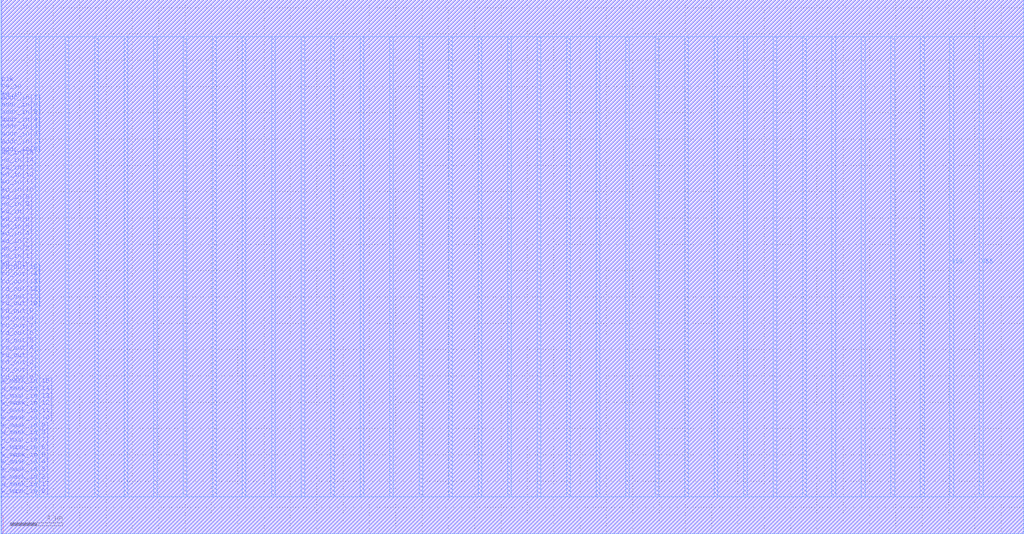
<source format=lef>
VERSION 5.7 ;
BUSBITCHARS "[]" ;
MACRO fakeram45_256x16
  FOREIGN fakeram45_256x16 0 0 ;
  SYMMETRY X Y R90 ;
  SIZE 0.19 BY 1.4 ;
  CLASS BLOCK ;
  PIN w_mask_in[0]
    DIRECTION INPUT ;
    USE SIGNAL ;
    SHAPE ABUTMENT ;
    PORT
      LAYER metal3 ;
      RECT 0.000 2.800 0.070 2.870 ;
    END
  END w_mask_in[0]
  PIN w_mask_in[1]
    DIRECTION INPUT ;
    USE SIGNAL ;
    SHAPE ABUTMENT ;
    PORT
      LAYER metal3 ;
      RECT 0.000 3.360 0.070 3.430 ;
    END
  END w_mask_in[1]
  PIN w_mask_in[2]
    DIRECTION INPUT ;
    USE SIGNAL ;
    SHAPE ABUTMENT ;
    PORT
      LAYER metal3 ;
      RECT 0.000 3.920 0.070 3.990 ;
    END
  END w_mask_in[2]
  PIN w_mask_in[3]
    DIRECTION INPUT ;
    USE SIGNAL ;
    SHAPE ABUTMENT ;
    PORT
      LAYER metal3 ;
      RECT 0.000 4.480 0.070 4.550 ;
    END
  END w_mask_in[3]
  PIN w_mask_in[4]
    DIRECTION INPUT ;
    USE SIGNAL ;
    SHAPE ABUTMENT ;
    PORT
      LAYER metal3 ;
      RECT 0.000 5.040 0.070 5.110 ;
    END
  END w_mask_in[4]
  PIN w_mask_in[5]
    DIRECTION INPUT ;
    USE SIGNAL ;
    SHAPE ABUTMENT ;
    PORT
      LAYER metal3 ;
      RECT 0.000 5.600 0.070 5.670 ;
    END
  END w_mask_in[5]
  PIN w_mask_in[6]
    DIRECTION INPUT ;
    USE SIGNAL ;
    SHAPE ABUTMENT ;
    PORT
      LAYER metal3 ;
      RECT 0.000 6.160 0.070 6.230 ;
    END
  END w_mask_in[6]
  PIN w_mask_in[7]
    DIRECTION INPUT ;
    USE SIGNAL ;
    SHAPE ABUTMENT ;
    PORT
      LAYER metal3 ;
      RECT 0.000 6.720 0.070 6.790 ;
    END
  END w_mask_in[7]
  PIN w_mask_in[8]
    DIRECTION INPUT ;
    USE SIGNAL ;
    SHAPE ABUTMENT ;
    PORT
      LAYER metal3 ;
      RECT 0.000 7.280 0.070 7.350 ;
    END
  END w_mask_in[8]
  PIN w_mask_in[9]
    DIRECTION INPUT ;
    USE SIGNAL ;
    SHAPE ABUTMENT ;
    PORT
      LAYER metal3 ;
      RECT 0.000 7.840 0.070 7.910 ;
    END
  END w_mask_in[9]
  PIN w_mask_in[10]
    DIRECTION INPUT ;
    USE SIGNAL ;
    SHAPE ABUTMENT ;
    PORT
      LAYER metal3 ;
      RECT 0.000 8.400 0.070 8.470 ;
    END
  END w_mask_in[10]
  PIN w_mask_in[11]
    DIRECTION INPUT ;
    USE SIGNAL ;
    SHAPE ABUTMENT ;
    PORT
      LAYER metal3 ;
      RECT 0.000 8.960 0.070 9.030 ;
    END
  END w_mask_in[11]
  PIN w_mask_in[12]
    DIRECTION INPUT ;
    USE SIGNAL ;
    SHAPE ABUTMENT ;
    PORT
      LAYER metal3 ;
      RECT 0.000 9.520 0.070 9.590 ;
    END
  END w_mask_in[12]
  PIN w_mask_in[13]
    DIRECTION INPUT ;
    USE SIGNAL ;
    SHAPE ABUTMENT ;
    PORT
      LAYER metal3 ;
      RECT 0.000 10.080 0.070 10.150 ;
    END
  END w_mask_in[13]
  PIN w_mask_in[14]
    DIRECTION INPUT ;
    USE SIGNAL ;
    SHAPE ABUTMENT ;
    PORT
      LAYER metal3 ;
      RECT 0.000 10.640 0.070 10.710 ;
    END
  END w_mask_in[14]
  PIN w_mask_in[15]
    DIRECTION INPUT ;
    USE SIGNAL ;
    SHAPE ABUTMENT ;
    PORT
      LAYER metal3 ;
      RECT 0.000 11.200 0.070 11.270 ;
    END
  END w_mask_in[15]
  PIN rd_out[0]
    DIRECTION OUTPUT ;
    USE SIGNAL ;
    SHAPE ABUTMENT ;
    PORT
      LAYER metal3 ;
      RECT 0.000 11.480 0.070 11.550 ;
    END
  END rd_out[0]
  PIN rd_out[1]
    DIRECTION OUTPUT ;
    USE SIGNAL ;
    SHAPE ABUTMENT ;
    PORT
      LAYER metal3 ;
      RECT 0.000 12.040 0.070 12.110 ;
    END
  END rd_out[1]
  PIN rd_out[2]
    DIRECTION OUTPUT ;
    USE SIGNAL ;
    SHAPE ABUTMENT ;
    PORT
      LAYER metal3 ;
      RECT 0.000 12.600 0.070 12.670 ;
    END
  END rd_out[2]
  PIN rd_out[3]
    DIRECTION OUTPUT ;
    USE SIGNAL ;
    SHAPE ABUTMENT ;
    PORT
      LAYER metal3 ;
      RECT 0.000 13.160 0.070 13.230 ;
    END
  END rd_out[3]
  PIN rd_out[4]
    DIRECTION OUTPUT ;
    USE SIGNAL ;
    SHAPE ABUTMENT ;
    PORT
      LAYER metal3 ;
      RECT 0.000 13.720 0.070 13.790 ;
    END
  END rd_out[4]
  PIN rd_out[5]
    DIRECTION OUTPUT ;
    USE SIGNAL ;
    SHAPE ABUTMENT ;
    PORT
      LAYER metal3 ;
      RECT 0.000 14.280 0.070 14.350 ;
    END
  END rd_out[5]
  PIN rd_out[6]
    DIRECTION OUTPUT ;
    USE SIGNAL ;
    SHAPE ABUTMENT ;
    PORT
      LAYER metal3 ;
      RECT 0.000 14.840 0.070 14.910 ;
    END
  END rd_out[6]
  PIN rd_out[7]
    DIRECTION OUTPUT ;
    USE SIGNAL ;
    SHAPE ABUTMENT ;
    PORT
      LAYER metal3 ;
      RECT 0.000 15.400 0.070 15.470 ;
    END
  END rd_out[7]
  PIN rd_out[8]
    DIRECTION OUTPUT ;
    USE SIGNAL ;
    SHAPE ABUTMENT ;
    PORT
      LAYER metal3 ;
      RECT 0.000 15.960 0.070 16.030 ;
    END
  END rd_out[8]
  PIN rd_out[9]
    DIRECTION OUTPUT ;
    USE SIGNAL ;
    SHAPE ABUTMENT ;
    PORT
      LAYER metal3 ;
      RECT 0.000 16.520 0.070 16.590 ;
    END
  END rd_out[9]
  PIN rd_out[10]
    DIRECTION OUTPUT ;
    USE SIGNAL ;
    SHAPE ABUTMENT ;
    PORT
      LAYER metal3 ;
      RECT 0.000 17.080 0.070 17.150 ;
    END
  END rd_out[10]
  PIN rd_out[11]
    DIRECTION OUTPUT ;
    USE SIGNAL ;
    SHAPE ABUTMENT ;
    PORT
      LAYER metal3 ;
      RECT 0.000 17.640 0.070 17.710 ;
    END
  END rd_out[11]
  PIN rd_out[12]
    DIRECTION OUTPUT ;
    USE SIGNAL ;
    SHAPE ABUTMENT ;
    PORT
      LAYER metal3 ;
      RECT 0.000 18.200 0.070 18.270 ;
    END
  END rd_out[12]
  PIN rd_out[13]
    DIRECTION OUTPUT ;
    USE SIGNAL ;
    SHAPE ABUTMENT ;
    PORT
      LAYER metal3 ;
      RECT 0.000 18.760 0.070 18.830 ;
    END
  END rd_out[13]
  PIN rd_out[14]
    DIRECTION OUTPUT ;
    USE SIGNAL ;
    SHAPE ABUTMENT ;
    PORT
      LAYER metal3 ;
      RECT 0.000 19.320 0.070 19.390 ;
    END
  END rd_out[14]
  PIN rd_out[15]
    DIRECTION OUTPUT ;
    USE SIGNAL ;
    SHAPE ABUTMENT ;
    PORT
      LAYER metal3 ;
      RECT 0.000 19.880 0.070 19.950 ;
    END
  END rd_out[15]
  PIN wd_in[0]
    DIRECTION INPUT ;
    USE SIGNAL ;
    SHAPE ABUTMENT ;
    PORT
      LAYER metal3 ;
      RECT 0.000 20.160 0.070 20.230 ;
    END
  END wd_in[0]
  PIN wd_in[1]
    DIRECTION INPUT ;
    USE SIGNAL ;
    SHAPE ABUTMENT ;
    PORT
      LAYER metal3 ;
      RECT 0.000 20.720 0.070 20.790 ;
    END
  END wd_in[1]
  PIN wd_in[2]
    DIRECTION INPUT ;
    USE SIGNAL ;
    SHAPE ABUTMENT ;
    PORT
      LAYER metal3 ;
      RECT 0.000 21.280 0.070 21.350 ;
    END
  END wd_in[2]
  PIN wd_in[3]
    DIRECTION INPUT ;
    USE SIGNAL ;
    SHAPE ABUTMENT ;
    PORT
      LAYER metal3 ;
      RECT 0.000 21.840 0.070 21.910 ;
    END
  END wd_in[3]
  PIN wd_in[4]
    DIRECTION INPUT ;
    USE SIGNAL ;
    SHAPE ABUTMENT ;
    PORT
      LAYER metal3 ;
      RECT 0.000 22.400 0.070 22.470 ;
    END
  END wd_in[4]
  PIN wd_in[5]
    DIRECTION INPUT ;
    USE SIGNAL ;
    SHAPE ABUTMENT ;
    PORT
      LAYER metal3 ;
      RECT 0.000 22.960 0.070 23.030 ;
    END
  END wd_in[5]
  PIN wd_in[6]
    DIRECTION INPUT ;
    USE SIGNAL ;
    SHAPE ABUTMENT ;
    PORT
      LAYER metal3 ;
      RECT 0.000 23.520 0.070 23.590 ;
    END
  END wd_in[6]
  PIN wd_in[7]
    DIRECTION INPUT ;
    USE SIGNAL ;
    SHAPE ABUTMENT ;
    PORT
      LAYER metal3 ;
      RECT 0.000 24.080 0.070 24.150 ;
    END
  END wd_in[7]
  PIN wd_in[8]
    DIRECTION INPUT ;
    USE SIGNAL ;
    SHAPE ABUTMENT ;
    PORT
      LAYER metal3 ;
      RECT 0.000 24.640 0.070 24.710 ;
    END
  END wd_in[8]
  PIN wd_in[9]
    DIRECTION INPUT ;
    USE SIGNAL ;
    SHAPE ABUTMENT ;
    PORT
      LAYER metal3 ;
      RECT 0.000 25.200 0.070 25.270 ;
    END
  END wd_in[9]
  PIN wd_in[10]
    DIRECTION INPUT ;
    USE SIGNAL ;
    SHAPE ABUTMENT ;
    PORT
      LAYER metal3 ;
      RECT 0.000 25.760 0.070 25.830 ;
    END
  END wd_in[10]
  PIN wd_in[11]
    DIRECTION INPUT ;
    USE SIGNAL ;
    SHAPE ABUTMENT ;
    PORT
      LAYER metal3 ;
      RECT 0.000 26.320 0.070 26.390 ;
    END
  END wd_in[11]
  PIN wd_in[12]
    DIRECTION INPUT ;
    USE SIGNAL ;
    SHAPE ABUTMENT ;
    PORT
      LAYER metal3 ;
      RECT 0.000 26.880 0.070 26.950 ;
    END
  END wd_in[12]
  PIN wd_in[13]
    DIRECTION INPUT ;
    USE SIGNAL ;
    SHAPE ABUTMENT ;
    PORT
      LAYER metal3 ;
      RECT 0.000 27.440 0.070 27.510 ;
    END
  END wd_in[13]
  PIN wd_in[14]
    DIRECTION INPUT ;
    USE SIGNAL ;
    SHAPE ABUTMENT ;
    PORT
      LAYER metal3 ;
      RECT 0.000 28.000 0.070 28.070 ;
    END
  END wd_in[14]
  PIN wd_in[15]
    DIRECTION INPUT ;
    USE SIGNAL ;
    SHAPE ABUTMENT ;
    PORT
      LAYER metal3 ;
      RECT 0.000 28.560 0.070 28.630 ;
    END
  END wd_in[15]
  PIN addr_in[0]
    DIRECTION INPUT ;
    USE SIGNAL ;
    SHAPE ABUTMENT ;
    PORT
      LAYER metal3 ;
      RECT 0.000 28.840 0.070 28.910 ;
    END
  END addr_in[0]
  PIN addr_in[1]
    DIRECTION INPUT ;
    USE SIGNAL ;
    SHAPE ABUTMENT ;
    PORT
      LAYER metal3 ;
      RECT 0.000 29.400 0.070 29.470 ;
    END
  END addr_in[1]
  PIN addr_in[2]
    DIRECTION INPUT ;
    USE SIGNAL ;
    SHAPE ABUTMENT ;
    PORT
      LAYER metal3 ;
      RECT 0.000 29.960 0.070 30.030 ;
    END
  END addr_in[2]
  PIN addr_in[3]
    DIRECTION INPUT ;
    USE SIGNAL ;
    SHAPE ABUTMENT ;
    PORT
      LAYER metal3 ;
      RECT 0.000 30.520 0.070 30.590 ;
    END
  END addr_in[3]
  PIN addr_in[4]
    DIRECTION INPUT ;
    USE SIGNAL ;
    SHAPE ABUTMENT ;
    PORT
      LAYER metal3 ;
      RECT 0.000 31.080 0.070 31.150 ;
    END
  END addr_in[4]
  PIN addr_in[5]
    DIRECTION INPUT ;
    USE SIGNAL ;
    SHAPE ABUTMENT ;
    PORT
      LAYER metal3 ;
      RECT 0.000 31.640 0.070 31.710 ;
    END
  END addr_in[5]
  PIN addr_in[6]
    DIRECTION INPUT ;
    USE SIGNAL ;
    SHAPE ABUTMENT ;
    PORT
      LAYER metal3 ;
      RECT 0.000 32.200 0.070 32.270 ;
    END
  END addr_in[6]
  PIN addr_in[7]
    DIRECTION INPUT ;
    USE SIGNAL ;
    SHAPE ABUTMENT ;
    PORT
      LAYER metal3 ;
      RECT 0.000 32.760 0.070 32.830 ;
    END
  END addr_in[7]
  PIN we_in
    DIRECTION INPUT ;
    USE SIGNAL ;
    SHAPE ABUTMENT ;
    PORT
      LAYER metal3 ;
      RECT 0.000 33.040 0.070 33.110 ;
    END
  END we_in
  PIN ce_in
    DIRECTION INPUT ;
    USE SIGNAL ;
    SHAPE ABUTMENT ;
    PORT
      LAYER metal3 ;
      RECT 0.000 33.600 0.070 33.670 ;
    END
  END ce_in
  PIN clk
    DIRECTION INPUT ;
    USE SIGNAL ;
    SHAPE ABUTMENT ;
    PORT
      LAYER metal3 ;
      RECT 0.000 34.160 0.070 34.230 ;
    END
  END clk
  PIN VSS
    DIRECTION INOUT ;
    USE GROUND ;
    PORT
      LAYER metal4 ;
      RECT 2.660 2.800 2.940 37.800 ;
      RECT 7.140 2.800 7.420 37.800 ;
      RECT 11.620 2.800 11.900 37.800 ;
      RECT 16.100 2.800 16.380 37.800 ;
      RECT 20.580 2.800 20.860 37.800 ;
      RECT 25.060 2.800 25.340 37.800 ;
      RECT 29.540 2.800 29.820 37.800 ;
      RECT 34.020 2.800 34.300 37.800 ;
      RECT 38.500 2.800 38.780 37.800 ;
      RECT 42.980 2.800 43.260 37.800 ;
      RECT 47.460 2.800 47.740 37.800 ;
      RECT 51.940 2.800 52.220 37.800 ;
      RECT 56.420 2.800 56.700 37.800 ;
      RECT 60.900 2.800 61.180 37.800 ;
      RECT 65.380 2.800 65.660 37.800 ;
      RECT 69.860 2.800 70.140 37.800 ;
      RECT 74.340 2.800 74.620 37.800 ;
    END
  END VSS
  PIN VDD
    DIRECTION INOUT ;
    USE POWER ;
    PORT
      LAYER metal4 ;
      RECT 4.900 2.800 5.180 37.800 ;
      RECT 9.380 2.800 9.660 37.800 ;
      RECT 13.860 2.800 14.140 37.800 ;
      RECT 18.340 2.800 18.620 37.800 ;
      RECT 22.820 2.800 23.100 37.800 ;
      RECT 27.300 2.800 27.580 37.800 ;
      RECT 31.780 2.800 32.060 37.800 ;
      RECT 36.260 2.800 36.540 37.800 ;
      RECT 40.740 2.800 41.020 37.800 ;
      RECT 45.220 2.800 45.500 37.800 ;
      RECT 49.700 2.800 49.980 37.800 ;
      RECT 54.180 2.800 54.460 37.800 ;
      RECT 58.660 2.800 58.940 37.800 ;
      RECT 63.140 2.800 63.420 37.800 ;
      RECT 67.620 2.800 67.900 37.800 ;
      RECT 72.100 2.800 72.380 37.800 ;
    END
  END VDD
  OBS
    LAYER metal1 ;
    RECT 0 0 77.710 40.600 ;
    LAYER metal2 ;
    RECT 0 0 77.710 40.600 ;
    LAYER metal3 ;
    RECT 0.070 0 77.710 40.600 ;
    RECT 0 0.000 0.070 2.800 ;
    RECT 0 2.870 0.070 3.360 ;
    RECT 0 3.430 0.070 3.920 ;
    RECT 0 3.990 0.070 4.480 ;
    RECT 0 4.550 0.070 5.040 ;
    RECT 0 5.110 0.070 5.600 ;
    RECT 0 5.670 0.070 6.160 ;
    RECT 0 6.230 0.070 6.720 ;
    RECT 0 6.790 0.070 7.280 ;
    RECT 0 7.350 0.070 7.840 ;
    RECT 0 7.910 0.070 8.400 ;
    RECT 0 8.470 0.070 8.960 ;
    RECT 0 9.030 0.070 9.520 ;
    RECT 0 9.590 0.070 10.080 ;
    RECT 0 10.150 0.070 10.640 ;
    RECT 0 10.710 0.070 11.200 ;
    RECT 0 11.270 0.070 11.480 ;
    RECT 0 11.550 0.070 12.040 ;
    RECT 0 12.110 0.070 12.600 ;
    RECT 0 12.670 0.070 13.160 ;
    RECT 0 13.230 0.070 13.720 ;
    RECT 0 13.790 0.070 14.280 ;
    RECT 0 14.350 0.070 14.840 ;
    RECT 0 14.910 0.070 15.400 ;
    RECT 0 15.470 0.070 15.960 ;
    RECT 0 16.030 0.070 16.520 ;
    RECT 0 16.590 0.070 17.080 ;
    RECT 0 17.150 0.070 17.640 ;
    RECT 0 17.710 0.070 18.200 ;
    RECT 0 18.270 0.070 18.760 ;
    RECT 0 18.830 0.070 19.320 ;
    RECT 0 19.390 0.070 19.880 ;
    RECT 0 19.950 0.070 20.160 ;
    RECT 0 20.230 0.070 20.720 ;
    RECT 0 20.790 0.070 21.280 ;
    RECT 0 21.350 0.070 21.840 ;
    RECT 0 21.910 0.070 22.400 ;
    RECT 0 22.470 0.070 22.960 ;
    RECT 0 23.030 0.070 23.520 ;
    RECT 0 23.590 0.070 24.080 ;
    RECT 0 24.150 0.070 24.640 ;
    RECT 0 24.710 0.070 25.200 ;
    RECT 0 25.270 0.070 25.760 ;
    RECT 0 25.830 0.070 26.320 ;
    RECT 0 26.390 0.070 26.880 ;
    RECT 0 26.950 0.070 27.440 ;
    RECT 0 27.510 0.070 28.000 ;
    RECT 0 28.070 0.070 28.560 ;
    RECT 0 28.630 0.070 28.840 ;
    RECT 0 28.910 0.070 29.400 ;
    RECT 0 29.470 0.070 29.960 ;
    RECT 0 30.030 0.070 30.520 ;
    RECT 0 30.590 0.070 31.080 ;
    RECT 0 31.150 0.070 31.640 ;
    RECT 0 31.710 0.070 32.200 ;
    RECT 0 32.270 0.070 32.760 ;
    RECT 0 32.830 0.070 33.040 ;
    RECT 0 33.110 0.070 33.600 ;
    RECT 0 33.670 0.070 34.160 ;
    RECT 0 34.230 0.070 40.600 ;
    LAYER metal4 ;
    RECT 0 0 77.710 2.800 ;
    RECT 0 37.800 77.710 40.600 ;
    RECT 0.000 2.800 2.660 37.800 ;
    RECT 2.940 2.800 4.900 37.800 ;
    RECT 5.180 2.800 7.140 37.800 ;
    RECT 7.420 2.800 9.380 37.800 ;
    RECT 9.660 2.800 11.620 37.800 ;
    RECT 11.900 2.800 13.860 37.800 ;
    RECT 14.140 2.800 16.100 37.800 ;
    RECT 16.380 2.800 18.340 37.800 ;
    RECT 18.620 2.800 20.580 37.800 ;
    RECT 20.860 2.800 22.820 37.800 ;
    RECT 23.100 2.800 25.060 37.800 ;
    RECT 25.340 2.800 27.300 37.800 ;
    RECT 27.580 2.800 29.540 37.800 ;
    RECT 29.820 2.800 31.780 37.800 ;
    RECT 32.060 2.800 34.020 37.800 ;
    RECT 34.300 2.800 36.260 37.800 ;
    RECT 36.540 2.800 38.500 37.800 ;
    RECT 38.780 2.800 40.740 37.800 ;
    RECT 41.020 2.800 42.980 37.800 ;
    RECT 43.260 2.800 45.220 37.800 ;
    RECT 45.500 2.800 47.460 37.800 ;
    RECT 47.740 2.800 49.700 37.800 ;
    RECT 49.980 2.800 51.940 37.800 ;
    RECT 52.220 2.800 54.180 37.800 ;
    RECT 54.460 2.800 56.420 37.800 ;
    RECT 56.700 2.800 58.660 37.800 ;
    RECT 58.940 2.800 60.900 37.800 ;
    RECT 61.180 2.800 63.140 37.800 ;
    RECT 63.420 2.800 65.380 37.800 ;
    RECT 65.660 2.800 67.620 37.800 ;
    RECT 67.900 2.800 69.860 37.800 ;
    RECT 70.140 2.800 72.100 37.800 ;
    RECT 72.380 2.800 74.340 37.800 ;
    RECT 74.620 2.800 77.710 37.800 ;
  END
END fakeram45_256x16

END LIBRARY

</source>
